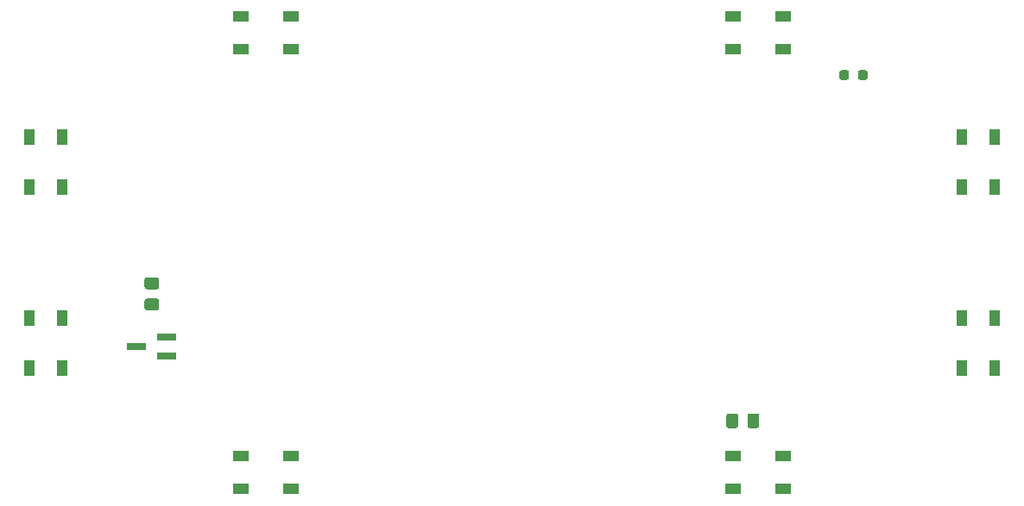
<source format=gtp>
%TF.GenerationSoftware,KiCad,Pcbnew,5.99.0+really5.1.10+dfsg1-1*%
%TF.CreationDate,2022-02-16T20:05:08+00:00*%
%TF.ProjectId,lcd,6c63642e-6b69-4636-9164-5f7063625858,rev?*%
%TF.SameCoordinates,Original*%
%TF.FileFunction,Paste,Top*%
%TF.FilePolarity,Positive*%
%FSLAX46Y46*%
G04 Gerber Fmt 4.6, Leading zero omitted, Abs format (unit mm)*
G04 Created by KiCad (PCBNEW 5.99.0+really5.1.10+dfsg1-1) date 2022-02-16 20:05:08*
%MOMM*%
%LPD*%
G01*
G04 APERTURE LIST*
%ADD10R,1.500000X1.000000*%
%ADD11R,1.000000X1.500000*%
%ADD12R,1.900000X0.800000*%
G04 APERTURE END LIST*
D10*
%TO.C,D1*%
X101510000Y-30810000D03*
X101510000Y-27610000D03*
X96610000Y-30810000D03*
X96610000Y-27610000D03*
%TD*%
D11*
%TO.C,D2*%
X122250000Y-39460000D03*
X119050000Y-39460000D03*
X122250000Y-44360000D03*
X119050000Y-44360000D03*
%TD*%
%TO.C,D3*%
X119050000Y-62140000D03*
X122250000Y-62140000D03*
X119050000Y-57240000D03*
X122250000Y-57240000D03*
%TD*%
D10*
%TO.C,D4*%
X101510000Y-73990000D03*
X101510000Y-70790000D03*
X96610000Y-73990000D03*
X96610000Y-70790000D03*
%TD*%
%TO.C,D5*%
X53250000Y-73990000D03*
X53250000Y-70790000D03*
X48350000Y-73990000D03*
X48350000Y-70790000D03*
%TD*%
D11*
%TO.C,D6*%
X30810000Y-57240000D03*
X27610000Y-57240000D03*
X30810000Y-62140000D03*
X27610000Y-62140000D03*
%TD*%
%TO.C,D7*%
X27610000Y-44360000D03*
X30810000Y-44360000D03*
X27610000Y-39460000D03*
X30810000Y-39460000D03*
%TD*%
D10*
%TO.C,D8*%
X53250000Y-30810000D03*
X53250000Y-27610000D03*
X48350000Y-30810000D03*
X48350000Y-27610000D03*
%TD*%
D12*
%TO.C,Q1*%
X41100000Y-60960000D03*
X41100000Y-59060000D03*
X38100000Y-60010000D03*
%TD*%
%TO.C,C1*%
G36*
G01*
X39127500Y-55292500D02*
X40077500Y-55292500D01*
G75*
G02*
X40327500Y-55542500I0J-250000D01*
G01*
X40327500Y-56217500D01*
G75*
G02*
X40077500Y-56467500I-250000J0D01*
G01*
X39127500Y-56467500D01*
G75*
G02*
X38877500Y-56217500I0J250000D01*
G01*
X38877500Y-55542500D01*
G75*
G02*
X39127500Y-55292500I250000J0D01*
G01*
G37*
G36*
G01*
X39127500Y-53217500D02*
X40077500Y-53217500D01*
G75*
G02*
X40327500Y-53467500I0J-250000D01*
G01*
X40327500Y-54142500D01*
G75*
G02*
X40077500Y-54392500I-250000J0D01*
G01*
X39127500Y-54392500D01*
G75*
G02*
X38877500Y-54142500I0J250000D01*
G01*
X38877500Y-53467500D01*
G75*
G02*
X39127500Y-53217500I250000J0D01*
G01*
G37*
%TD*%
%TO.C,C2*%
G36*
G01*
X95932500Y-67785000D02*
X95932500Y-66835000D01*
G75*
G02*
X96182500Y-66585000I250000J0D01*
G01*
X96857500Y-66585000D01*
G75*
G02*
X97107500Y-66835000I0J-250000D01*
G01*
X97107500Y-67785000D01*
G75*
G02*
X96857500Y-68035000I-250000J0D01*
G01*
X96182500Y-68035000D01*
G75*
G02*
X95932500Y-67785000I0J250000D01*
G01*
G37*
G36*
G01*
X98007500Y-67785000D02*
X98007500Y-66835000D01*
G75*
G02*
X98257500Y-66585000I250000J0D01*
G01*
X98932500Y-66585000D01*
G75*
G02*
X99182500Y-66835000I0J-250000D01*
G01*
X99182500Y-67785000D01*
G75*
G02*
X98932500Y-68035000I-250000J0D01*
G01*
X98257500Y-68035000D01*
G75*
G02*
X98007500Y-67785000I0J250000D01*
G01*
G37*
%TD*%
%TO.C,R1*%
G36*
G01*
X109812500Y-33112500D02*
X109812500Y-33587500D01*
G75*
G02*
X109575000Y-33825000I-237500J0D01*
G01*
X109075000Y-33825000D01*
G75*
G02*
X108837500Y-33587500I0J237500D01*
G01*
X108837500Y-33112500D01*
G75*
G02*
X109075000Y-32875000I237500J0D01*
G01*
X109575000Y-32875000D01*
G75*
G02*
X109812500Y-33112500I0J-237500D01*
G01*
G37*
G36*
G01*
X107987500Y-33112500D02*
X107987500Y-33587500D01*
G75*
G02*
X107750000Y-33825000I-237500J0D01*
G01*
X107250000Y-33825000D01*
G75*
G02*
X107012500Y-33587500I0J237500D01*
G01*
X107012500Y-33112500D01*
G75*
G02*
X107250000Y-32875000I237500J0D01*
G01*
X107750000Y-32875000D01*
G75*
G02*
X107987500Y-33112500I0J-237500D01*
G01*
G37*
%TD*%
M02*

</source>
